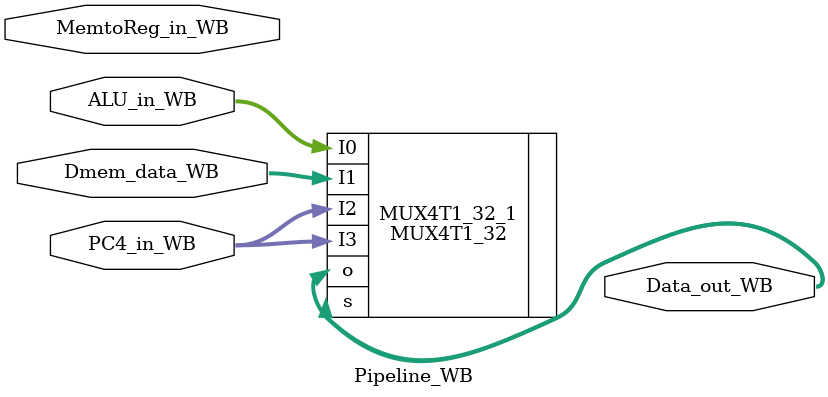
<source format=v>
`timescale 1ns / 1ps
/* 写回是指将指令执行的结果写回寄存器堆的过程；
 * 如果是普通运算指令，该结果值来源于‘执行’阶段计算的结果；
 * 如果是LOAD指令，该结果来源于‘访存’阶段从存储器读取出来的数据；
 * 如果是跳转指令，该结果来源于PC+4
 */
module Pipeline_WB (
    input[31:0] PC4_in_WB,      //PC+4输入
    input[31:0] ALU_in_WB,      //ALU结果输出
    input[31:0] Dmem_data_WB,   //存储器数据输入
    input[1:0] MemtoReg_in_WB,  //写回选择控制

    output [31:0] Data_out_WB   //写回数据输出
);

    MUX4T1_32 MUX4T1_32_1(
        .s(Data_out_WB),
        .I0(ALU_in_WB),
        .I1(Dmem_data_WB),
        .I2(PC4_in_WB),
        .I3(PC4_in_WB),

        .o(Data_out_WB)
    );
endmodule //Pipeline_WB
</source>
